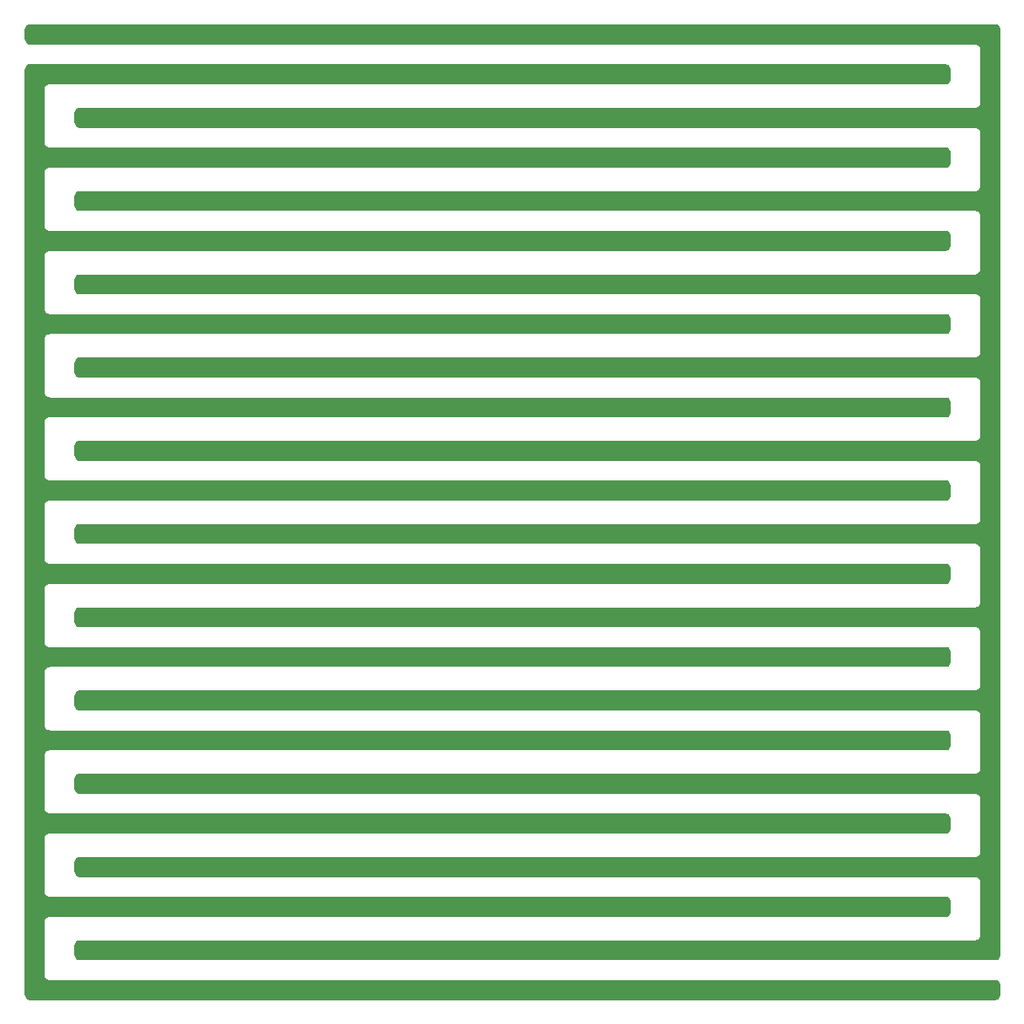
<source format=gtl>
G04 #@! TF.GenerationSoftware,KiCad,Pcbnew,5.0.1*
G04 #@! TF.CreationDate,2019-01-23T19:28:01+01:00*
G04 #@! TF.ProjectId,Statikplatte,53746174696B706C617474652E6B6963,rev?*
G04 #@! TF.SameCoordinates,Original*
G04 #@! TF.FileFunction,Copper,L1,Top,Signal*
G04 #@! TF.FilePolarity,Positive*
%FSLAX46Y46*%
G04 Gerber Fmt 4.6, Leading zero omitted, Abs format (unit mm)*
G04 Created by KiCad (PCBNEW 5.0.1) date Mi 23 Jan 2019 19:28:01 CET*
%MOMM*%
%LPD*%
G01*
G04 APERTURE LIST*
G04 #@! TA.AperFunction,ViaPad*
%ADD10C,0.800000*%
G04 #@! TD*
G04 #@! TA.AperFunction,Conductor*
%ADD11C,0.254000*%
G04 #@! TD*
G04 APERTURE END LIST*
D10*
G04 #@! TO.N,/GND*
X102000000Y-102000000D03*
X102000000Y-148000000D03*
G04 #@! TO.N,/HV*
X198000000Y-106000000D03*
X198000000Y-52000000D03*
G04 #@! TD*
D11*
G04 #@! TO.N,/HV*
G36*
X198596257Y-51140769D02*
X198685955Y-51177923D01*
X198762976Y-51237024D01*
X198822077Y-51314045D01*
X198859231Y-51403743D01*
X198873000Y-51508328D01*
X198873000Y-144491672D01*
X198859231Y-144596257D01*
X198822077Y-144685955D01*
X198762976Y-144762976D01*
X198685955Y-144822077D01*
X198596257Y-144859231D01*
X198491672Y-144873000D01*
X106508328Y-144873000D01*
X106403743Y-144859231D01*
X106314045Y-144822077D01*
X106237024Y-144762976D01*
X106177923Y-144685955D01*
X106140769Y-144596257D01*
X106127000Y-144491672D01*
X106127000Y-143508328D01*
X106140769Y-143403743D01*
X106177923Y-143314045D01*
X106237024Y-143237024D01*
X106314045Y-143177923D01*
X106403743Y-143140769D01*
X106508328Y-143127000D01*
X196500000Y-143127000D01*
X196516577Y-143125914D01*
X196645987Y-143108877D01*
X196678011Y-143100296D01*
X196798601Y-143050346D01*
X196827313Y-143033768D01*
X196930866Y-142954308D01*
X196954308Y-142930866D01*
X197033768Y-142827313D01*
X197050346Y-142798601D01*
X197100296Y-142678011D01*
X197108877Y-142645987D01*
X197125914Y-142516577D01*
X197127000Y-142500000D01*
X197127000Y-137137500D01*
X197125914Y-137120923D01*
X197108877Y-136991513D01*
X197100296Y-136959489D01*
X197050346Y-136838899D01*
X197033768Y-136810187D01*
X196954308Y-136706634D01*
X196930866Y-136683192D01*
X196827313Y-136603732D01*
X196798601Y-136587154D01*
X196678011Y-136537204D01*
X196645987Y-136528623D01*
X196516577Y-136511586D01*
X196500000Y-136510500D01*
X106508328Y-136510500D01*
X106403743Y-136496731D01*
X106314045Y-136459577D01*
X106237024Y-136400476D01*
X106177923Y-136323455D01*
X106140769Y-136233757D01*
X106127000Y-136129172D01*
X106127000Y-135145828D01*
X106140769Y-135041243D01*
X106177923Y-134951545D01*
X106237024Y-134874524D01*
X106314045Y-134815423D01*
X106403743Y-134778269D01*
X106508328Y-134764500D01*
X196500000Y-134764500D01*
X196516577Y-134763414D01*
X196645987Y-134746377D01*
X196678011Y-134737796D01*
X196798601Y-134687846D01*
X196827313Y-134671268D01*
X196930866Y-134591808D01*
X196954308Y-134568366D01*
X197033768Y-134464813D01*
X197050346Y-134436101D01*
X197100296Y-134315511D01*
X197108877Y-134283487D01*
X197125914Y-134154077D01*
X197127000Y-134137500D01*
X197127000Y-128775000D01*
X197125914Y-128758423D01*
X197108877Y-128629013D01*
X197100296Y-128596989D01*
X197050346Y-128476399D01*
X197033768Y-128447687D01*
X196954308Y-128344134D01*
X196930866Y-128320692D01*
X196827313Y-128241232D01*
X196798601Y-128224654D01*
X196678011Y-128174704D01*
X196645987Y-128166123D01*
X196516577Y-128149086D01*
X196500000Y-128148000D01*
X106508328Y-128148000D01*
X106403743Y-128134231D01*
X106314045Y-128097077D01*
X106237024Y-128037976D01*
X106177923Y-127960955D01*
X106140769Y-127871257D01*
X106127000Y-127766672D01*
X106127000Y-126783328D01*
X106140769Y-126678743D01*
X106177923Y-126589045D01*
X106237024Y-126512024D01*
X106314045Y-126452923D01*
X106403743Y-126415769D01*
X106508328Y-126402000D01*
X196500000Y-126402000D01*
X196516577Y-126400914D01*
X196645987Y-126383877D01*
X196678011Y-126375296D01*
X196798601Y-126325346D01*
X196827313Y-126308768D01*
X196930866Y-126229308D01*
X196954308Y-126205866D01*
X197033768Y-126102313D01*
X197050346Y-126073601D01*
X197100296Y-125953011D01*
X197108877Y-125920987D01*
X197125914Y-125791577D01*
X197127000Y-125775000D01*
X197127000Y-120412500D01*
X197125914Y-120395923D01*
X197108877Y-120266513D01*
X197100296Y-120234489D01*
X197050346Y-120113899D01*
X197033768Y-120085187D01*
X196954308Y-119981634D01*
X196930866Y-119958192D01*
X196827313Y-119878732D01*
X196798601Y-119862154D01*
X196678011Y-119812204D01*
X196645987Y-119803623D01*
X196516577Y-119786586D01*
X196500000Y-119785500D01*
X106508328Y-119785500D01*
X106403743Y-119771731D01*
X106314045Y-119734577D01*
X106237024Y-119675476D01*
X106177923Y-119598455D01*
X106140769Y-119508757D01*
X106127000Y-119404172D01*
X106127000Y-118420828D01*
X106140769Y-118316243D01*
X106177923Y-118226545D01*
X106237024Y-118149524D01*
X106314045Y-118090423D01*
X106403743Y-118053269D01*
X106508328Y-118039500D01*
X196500000Y-118039500D01*
X196516577Y-118038414D01*
X196645987Y-118021377D01*
X196678011Y-118012796D01*
X196798601Y-117962846D01*
X196827313Y-117946268D01*
X196930866Y-117866808D01*
X196954308Y-117843366D01*
X197033768Y-117739813D01*
X197050346Y-117711101D01*
X197100296Y-117590511D01*
X197108877Y-117558487D01*
X197125914Y-117429077D01*
X197127000Y-117412500D01*
X197127000Y-112050000D01*
X197125914Y-112033423D01*
X197108877Y-111904013D01*
X197100296Y-111871989D01*
X197050346Y-111751399D01*
X197033768Y-111722687D01*
X196954308Y-111619134D01*
X196930866Y-111595692D01*
X196827313Y-111516232D01*
X196798601Y-111499654D01*
X196678011Y-111449704D01*
X196645987Y-111441123D01*
X196516577Y-111424086D01*
X196500000Y-111423000D01*
X106508328Y-111423000D01*
X106403743Y-111409231D01*
X106314045Y-111372077D01*
X106237024Y-111312976D01*
X106177923Y-111235955D01*
X106140769Y-111146257D01*
X106127000Y-111041672D01*
X106127000Y-110058328D01*
X106140769Y-109953743D01*
X106177923Y-109864045D01*
X106237024Y-109787024D01*
X106314045Y-109727923D01*
X106403743Y-109690769D01*
X106508328Y-109677000D01*
X196500000Y-109677000D01*
X196516577Y-109675914D01*
X196645987Y-109658877D01*
X196678011Y-109650296D01*
X196798601Y-109600346D01*
X196827313Y-109583768D01*
X196930866Y-109504308D01*
X196954308Y-109480866D01*
X197033768Y-109377313D01*
X197050346Y-109348601D01*
X197100296Y-109228011D01*
X197108877Y-109195987D01*
X197125914Y-109066577D01*
X197127000Y-109050000D01*
X197127000Y-103687500D01*
X197125914Y-103670923D01*
X197108877Y-103541513D01*
X197100296Y-103509489D01*
X197050346Y-103388899D01*
X197033768Y-103360187D01*
X196954308Y-103256634D01*
X196930866Y-103233192D01*
X196827313Y-103153732D01*
X196798601Y-103137154D01*
X196678011Y-103087204D01*
X196645987Y-103078623D01*
X196516577Y-103061586D01*
X196500000Y-103060500D01*
X106508328Y-103060500D01*
X106403743Y-103046731D01*
X106314045Y-103009577D01*
X106237024Y-102950476D01*
X106177923Y-102873455D01*
X106140769Y-102783757D01*
X106127000Y-102679172D01*
X106127000Y-101695828D01*
X106140769Y-101591243D01*
X106177923Y-101501545D01*
X106237024Y-101424524D01*
X106314045Y-101365423D01*
X106403743Y-101328269D01*
X106508328Y-101314500D01*
X196500000Y-101314500D01*
X196516577Y-101313414D01*
X196645987Y-101296377D01*
X196678011Y-101287796D01*
X196798601Y-101237846D01*
X196827313Y-101221268D01*
X196930866Y-101141808D01*
X196954308Y-101118366D01*
X197033768Y-101014813D01*
X197050346Y-100986101D01*
X197100296Y-100865511D01*
X197108877Y-100833487D01*
X197125914Y-100704077D01*
X197127000Y-100687500D01*
X197127000Y-95325000D01*
X197125914Y-95308423D01*
X197108877Y-95179013D01*
X197100296Y-95146989D01*
X197050346Y-95026399D01*
X197033768Y-94997687D01*
X196954308Y-94894134D01*
X196930866Y-94870692D01*
X196827313Y-94791232D01*
X196798601Y-94774654D01*
X196678011Y-94724704D01*
X196645987Y-94716123D01*
X196516577Y-94699086D01*
X196500000Y-94698000D01*
X106508328Y-94698000D01*
X106403743Y-94684231D01*
X106314045Y-94647077D01*
X106237024Y-94587976D01*
X106177923Y-94510955D01*
X106140769Y-94421257D01*
X106127000Y-94316672D01*
X106127000Y-93333328D01*
X106140769Y-93228743D01*
X106177923Y-93139045D01*
X106237024Y-93062024D01*
X106314045Y-93002923D01*
X106403743Y-92965769D01*
X106508328Y-92952000D01*
X196500000Y-92952000D01*
X196516577Y-92950914D01*
X196645987Y-92933877D01*
X196678011Y-92925296D01*
X196798601Y-92875346D01*
X196827313Y-92858768D01*
X196930866Y-92779308D01*
X196954308Y-92755866D01*
X197033768Y-92652313D01*
X197050346Y-92623601D01*
X197100296Y-92503011D01*
X197108877Y-92470987D01*
X197125914Y-92341577D01*
X197127000Y-92325000D01*
X197127000Y-86962500D01*
X197125914Y-86945923D01*
X197108877Y-86816513D01*
X197100296Y-86784489D01*
X197050346Y-86663899D01*
X197033768Y-86635187D01*
X196954308Y-86531634D01*
X196930866Y-86508192D01*
X196827313Y-86428732D01*
X196798601Y-86412154D01*
X196678011Y-86362204D01*
X196645987Y-86353623D01*
X196516577Y-86336586D01*
X196500000Y-86335500D01*
X106508328Y-86335500D01*
X106403743Y-86321731D01*
X106314045Y-86284577D01*
X106237024Y-86225476D01*
X106177923Y-86148455D01*
X106140769Y-86058757D01*
X106127000Y-85954172D01*
X106127000Y-84970828D01*
X106140769Y-84866243D01*
X106177923Y-84776545D01*
X106237024Y-84699524D01*
X106314045Y-84640423D01*
X106403743Y-84603269D01*
X106508328Y-84589500D01*
X196500000Y-84589500D01*
X196516577Y-84588414D01*
X196645987Y-84571377D01*
X196678011Y-84562796D01*
X196798601Y-84512846D01*
X196827313Y-84496268D01*
X196930866Y-84416808D01*
X196954308Y-84393366D01*
X197033768Y-84289813D01*
X197050346Y-84261101D01*
X197100296Y-84140511D01*
X197108877Y-84108487D01*
X197125914Y-83979077D01*
X197127000Y-83962500D01*
X197127000Y-78600000D01*
X197125914Y-78583423D01*
X197108877Y-78454013D01*
X197100296Y-78421989D01*
X197050346Y-78301399D01*
X197033768Y-78272687D01*
X196954308Y-78169134D01*
X196930866Y-78145692D01*
X196827313Y-78066232D01*
X196798601Y-78049654D01*
X196678011Y-77999704D01*
X196645987Y-77991123D01*
X196516577Y-77974086D01*
X196500000Y-77973000D01*
X106508328Y-77973000D01*
X106403743Y-77959231D01*
X106314045Y-77922077D01*
X106237024Y-77862976D01*
X106177923Y-77785955D01*
X106140769Y-77696257D01*
X106127000Y-77591672D01*
X106127000Y-76608328D01*
X106140769Y-76503743D01*
X106177923Y-76414045D01*
X106237024Y-76337024D01*
X106314045Y-76277923D01*
X106403743Y-76240769D01*
X106508328Y-76227000D01*
X196500000Y-76227000D01*
X196516577Y-76225914D01*
X196645987Y-76208877D01*
X196678011Y-76200296D01*
X196798601Y-76150346D01*
X196827313Y-76133768D01*
X196930866Y-76054308D01*
X196954308Y-76030866D01*
X197033768Y-75927313D01*
X197050346Y-75898601D01*
X197100296Y-75778011D01*
X197108877Y-75745987D01*
X197125914Y-75616577D01*
X197127000Y-75600000D01*
X197127000Y-70237500D01*
X197125914Y-70220923D01*
X197108877Y-70091513D01*
X197100296Y-70059489D01*
X197050346Y-69938899D01*
X197033768Y-69910187D01*
X196954308Y-69806634D01*
X196930866Y-69783192D01*
X196827313Y-69703732D01*
X196798601Y-69687154D01*
X196678011Y-69637204D01*
X196645987Y-69628623D01*
X196516577Y-69611586D01*
X196500000Y-69610500D01*
X106508328Y-69610500D01*
X106403743Y-69596731D01*
X106314045Y-69559577D01*
X106237024Y-69500476D01*
X106177923Y-69423455D01*
X106140769Y-69333757D01*
X106127000Y-69229172D01*
X106127000Y-68245828D01*
X106140769Y-68141243D01*
X106177923Y-68051545D01*
X106237024Y-67974524D01*
X106314045Y-67915423D01*
X106403743Y-67878269D01*
X106508328Y-67864500D01*
X196500000Y-67864500D01*
X196516577Y-67863414D01*
X196645987Y-67846377D01*
X196678011Y-67837796D01*
X196798601Y-67787846D01*
X196827313Y-67771268D01*
X196930866Y-67691808D01*
X196954308Y-67668366D01*
X197033768Y-67564813D01*
X197050346Y-67536101D01*
X197100296Y-67415511D01*
X197108877Y-67383487D01*
X197125914Y-67254077D01*
X197127000Y-67237500D01*
X197127000Y-61875000D01*
X197125914Y-61858423D01*
X197108877Y-61729013D01*
X197100296Y-61696989D01*
X197050346Y-61576399D01*
X197033768Y-61547687D01*
X196954308Y-61444134D01*
X196930866Y-61420692D01*
X196827313Y-61341232D01*
X196798601Y-61324654D01*
X196678011Y-61274704D01*
X196645987Y-61266123D01*
X196516577Y-61249086D01*
X196500000Y-61248000D01*
X106508328Y-61248000D01*
X106403743Y-61234231D01*
X106314045Y-61197077D01*
X106237024Y-61137976D01*
X106177923Y-61060955D01*
X106140769Y-60971257D01*
X106127000Y-60866672D01*
X106127000Y-59883328D01*
X106140769Y-59778743D01*
X106177923Y-59689045D01*
X106237024Y-59612024D01*
X106314045Y-59552923D01*
X106403743Y-59515769D01*
X106508328Y-59502000D01*
X196500000Y-59502000D01*
X196516577Y-59500914D01*
X196645987Y-59483877D01*
X196678011Y-59475296D01*
X196798601Y-59425346D01*
X196827313Y-59408768D01*
X196930866Y-59329308D01*
X196954308Y-59305866D01*
X197033768Y-59202313D01*
X197050346Y-59173601D01*
X197100296Y-59053011D01*
X197108877Y-59020987D01*
X197125914Y-58891577D01*
X197127000Y-58875000D01*
X197127000Y-53512181D01*
X197125914Y-53495606D01*
X197108880Y-53366207D01*
X197100300Y-53334184D01*
X197050357Y-53213602D01*
X197033783Y-53184893D01*
X196954336Y-53081343D01*
X196930896Y-53057900D01*
X196827357Y-52978440D01*
X196798649Y-52961862D01*
X196678073Y-52911904D01*
X196646053Y-52903320D01*
X196516656Y-52886269D01*
X196500080Y-52885181D01*
X101508279Y-52873065D01*
X101403704Y-52859285D01*
X101314020Y-52822126D01*
X101237007Y-52763024D01*
X101177914Y-52686003D01*
X101140766Y-52596312D01*
X101127000Y-52491739D01*
X101127000Y-51508386D01*
X101140770Y-51403800D01*
X101177929Y-51314099D01*
X101237041Y-51237072D01*
X101314077Y-51177969D01*
X101403784Y-51140821D01*
X101508369Y-51127065D01*
X196993862Y-51139244D01*
X197018639Y-51136807D01*
X197042464Y-51129583D01*
X197047298Y-51127000D01*
X198491672Y-51127000D01*
X198596257Y-51140769D01*
X198596257Y-51140769D01*
G37*
X198596257Y-51140769D02*
X198685955Y-51177923D01*
X198762976Y-51237024D01*
X198822077Y-51314045D01*
X198859231Y-51403743D01*
X198873000Y-51508328D01*
X198873000Y-144491672D01*
X198859231Y-144596257D01*
X198822077Y-144685955D01*
X198762976Y-144762976D01*
X198685955Y-144822077D01*
X198596257Y-144859231D01*
X198491672Y-144873000D01*
X106508328Y-144873000D01*
X106403743Y-144859231D01*
X106314045Y-144822077D01*
X106237024Y-144762976D01*
X106177923Y-144685955D01*
X106140769Y-144596257D01*
X106127000Y-144491672D01*
X106127000Y-143508328D01*
X106140769Y-143403743D01*
X106177923Y-143314045D01*
X106237024Y-143237024D01*
X106314045Y-143177923D01*
X106403743Y-143140769D01*
X106508328Y-143127000D01*
X196500000Y-143127000D01*
X196516577Y-143125914D01*
X196645987Y-143108877D01*
X196678011Y-143100296D01*
X196798601Y-143050346D01*
X196827313Y-143033768D01*
X196930866Y-142954308D01*
X196954308Y-142930866D01*
X197033768Y-142827313D01*
X197050346Y-142798601D01*
X197100296Y-142678011D01*
X197108877Y-142645987D01*
X197125914Y-142516577D01*
X197127000Y-142500000D01*
X197127000Y-137137500D01*
X197125914Y-137120923D01*
X197108877Y-136991513D01*
X197100296Y-136959489D01*
X197050346Y-136838899D01*
X197033768Y-136810187D01*
X196954308Y-136706634D01*
X196930866Y-136683192D01*
X196827313Y-136603732D01*
X196798601Y-136587154D01*
X196678011Y-136537204D01*
X196645987Y-136528623D01*
X196516577Y-136511586D01*
X196500000Y-136510500D01*
X106508328Y-136510500D01*
X106403743Y-136496731D01*
X106314045Y-136459577D01*
X106237024Y-136400476D01*
X106177923Y-136323455D01*
X106140769Y-136233757D01*
X106127000Y-136129172D01*
X106127000Y-135145828D01*
X106140769Y-135041243D01*
X106177923Y-134951545D01*
X106237024Y-134874524D01*
X106314045Y-134815423D01*
X106403743Y-134778269D01*
X106508328Y-134764500D01*
X196500000Y-134764500D01*
X196516577Y-134763414D01*
X196645987Y-134746377D01*
X196678011Y-134737796D01*
X196798601Y-134687846D01*
X196827313Y-134671268D01*
X196930866Y-134591808D01*
X196954308Y-134568366D01*
X197033768Y-134464813D01*
X197050346Y-134436101D01*
X197100296Y-134315511D01*
X197108877Y-134283487D01*
X197125914Y-134154077D01*
X197127000Y-134137500D01*
X197127000Y-128775000D01*
X197125914Y-128758423D01*
X197108877Y-128629013D01*
X197100296Y-128596989D01*
X197050346Y-128476399D01*
X197033768Y-128447687D01*
X196954308Y-128344134D01*
X196930866Y-128320692D01*
X196827313Y-128241232D01*
X196798601Y-128224654D01*
X196678011Y-128174704D01*
X196645987Y-128166123D01*
X196516577Y-128149086D01*
X196500000Y-128148000D01*
X106508328Y-128148000D01*
X106403743Y-128134231D01*
X106314045Y-128097077D01*
X106237024Y-128037976D01*
X106177923Y-127960955D01*
X106140769Y-127871257D01*
X106127000Y-127766672D01*
X106127000Y-126783328D01*
X106140769Y-126678743D01*
X106177923Y-126589045D01*
X106237024Y-126512024D01*
X106314045Y-126452923D01*
X106403743Y-126415769D01*
X106508328Y-126402000D01*
X196500000Y-126402000D01*
X196516577Y-126400914D01*
X196645987Y-126383877D01*
X196678011Y-126375296D01*
X196798601Y-126325346D01*
X196827313Y-126308768D01*
X196930866Y-126229308D01*
X196954308Y-126205866D01*
X197033768Y-126102313D01*
X197050346Y-126073601D01*
X197100296Y-125953011D01*
X197108877Y-125920987D01*
X197125914Y-125791577D01*
X197127000Y-125775000D01*
X197127000Y-120412500D01*
X197125914Y-120395923D01*
X197108877Y-120266513D01*
X197100296Y-120234489D01*
X197050346Y-120113899D01*
X197033768Y-120085187D01*
X196954308Y-119981634D01*
X196930866Y-119958192D01*
X196827313Y-119878732D01*
X196798601Y-119862154D01*
X196678011Y-119812204D01*
X196645987Y-119803623D01*
X196516577Y-119786586D01*
X196500000Y-119785500D01*
X106508328Y-119785500D01*
X106403743Y-119771731D01*
X106314045Y-119734577D01*
X106237024Y-119675476D01*
X106177923Y-119598455D01*
X106140769Y-119508757D01*
X106127000Y-119404172D01*
X106127000Y-118420828D01*
X106140769Y-118316243D01*
X106177923Y-118226545D01*
X106237024Y-118149524D01*
X106314045Y-118090423D01*
X106403743Y-118053269D01*
X106508328Y-118039500D01*
X196500000Y-118039500D01*
X196516577Y-118038414D01*
X196645987Y-118021377D01*
X196678011Y-118012796D01*
X196798601Y-117962846D01*
X196827313Y-117946268D01*
X196930866Y-117866808D01*
X196954308Y-117843366D01*
X197033768Y-117739813D01*
X197050346Y-117711101D01*
X197100296Y-117590511D01*
X197108877Y-117558487D01*
X197125914Y-117429077D01*
X197127000Y-117412500D01*
X197127000Y-112050000D01*
X197125914Y-112033423D01*
X197108877Y-111904013D01*
X197100296Y-111871989D01*
X197050346Y-111751399D01*
X197033768Y-111722687D01*
X196954308Y-111619134D01*
X196930866Y-111595692D01*
X196827313Y-111516232D01*
X196798601Y-111499654D01*
X196678011Y-111449704D01*
X196645987Y-111441123D01*
X196516577Y-111424086D01*
X196500000Y-111423000D01*
X106508328Y-111423000D01*
X106403743Y-111409231D01*
X106314045Y-111372077D01*
X106237024Y-111312976D01*
X106177923Y-111235955D01*
X106140769Y-111146257D01*
X106127000Y-111041672D01*
X106127000Y-110058328D01*
X106140769Y-109953743D01*
X106177923Y-109864045D01*
X106237024Y-109787024D01*
X106314045Y-109727923D01*
X106403743Y-109690769D01*
X106508328Y-109677000D01*
X196500000Y-109677000D01*
X196516577Y-109675914D01*
X196645987Y-109658877D01*
X196678011Y-109650296D01*
X196798601Y-109600346D01*
X196827313Y-109583768D01*
X196930866Y-109504308D01*
X196954308Y-109480866D01*
X197033768Y-109377313D01*
X197050346Y-109348601D01*
X197100296Y-109228011D01*
X197108877Y-109195987D01*
X197125914Y-109066577D01*
X197127000Y-109050000D01*
X197127000Y-103687500D01*
X197125914Y-103670923D01*
X197108877Y-103541513D01*
X197100296Y-103509489D01*
X197050346Y-103388899D01*
X197033768Y-103360187D01*
X196954308Y-103256634D01*
X196930866Y-103233192D01*
X196827313Y-103153732D01*
X196798601Y-103137154D01*
X196678011Y-103087204D01*
X196645987Y-103078623D01*
X196516577Y-103061586D01*
X196500000Y-103060500D01*
X106508328Y-103060500D01*
X106403743Y-103046731D01*
X106314045Y-103009577D01*
X106237024Y-102950476D01*
X106177923Y-102873455D01*
X106140769Y-102783757D01*
X106127000Y-102679172D01*
X106127000Y-101695828D01*
X106140769Y-101591243D01*
X106177923Y-101501545D01*
X106237024Y-101424524D01*
X106314045Y-101365423D01*
X106403743Y-101328269D01*
X106508328Y-101314500D01*
X196500000Y-101314500D01*
X196516577Y-101313414D01*
X196645987Y-101296377D01*
X196678011Y-101287796D01*
X196798601Y-101237846D01*
X196827313Y-101221268D01*
X196930866Y-101141808D01*
X196954308Y-101118366D01*
X197033768Y-101014813D01*
X197050346Y-100986101D01*
X197100296Y-100865511D01*
X197108877Y-100833487D01*
X197125914Y-100704077D01*
X197127000Y-100687500D01*
X197127000Y-95325000D01*
X197125914Y-95308423D01*
X197108877Y-95179013D01*
X197100296Y-95146989D01*
X197050346Y-95026399D01*
X197033768Y-94997687D01*
X196954308Y-94894134D01*
X196930866Y-94870692D01*
X196827313Y-94791232D01*
X196798601Y-94774654D01*
X196678011Y-94724704D01*
X196645987Y-94716123D01*
X196516577Y-94699086D01*
X196500000Y-94698000D01*
X106508328Y-94698000D01*
X106403743Y-94684231D01*
X106314045Y-94647077D01*
X106237024Y-94587976D01*
X106177923Y-94510955D01*
X106140769Y-94421257D01*
X106127000Y-94316672D01*
X106127000Y-93333328D01*
X106140769Y-93228743D01*
X106177923Y-93139045D01*
X106237024Y-93062024D01*
X106314045Y-93002923D01*
X106403743Y-92965769D01*
X106508328Y-92952000D01*
X196500000Y-92952000D01*
X196516577Y-92950914D01*
X196645987Y-92933877D01*
X196678011Y-92925296D01*
X196798601Y-92875346D01*
X196827313Y-92858768D01*
X196930866Y-92779308D01*
X196954308Y-92755866D01*
X197033768Y-92652313D01*
X197050346Y-92623601D01*
X197100296Y-92503011D01*
X197108877Y-92470987D01*
X197125914Y-92341577D01*
X197127000Y-92325000D01*
X197127000Y-86962500D01*
X197125914Y-86945923D01*
X197108877Y-86816513D01*
X197100296Y-86784489D01*
X197050346Y-86663899D01*
X197033768Y-86635187D01*
X196954308Y-86531634D01*
X196930866Y-86508192D01*
X196827313Y-86428732D01*
X196798601Y-86412154D01*
X196678011Y-86362204D01*
X196645987Y-86353623D01*
X196516577Y-86336586D01*
X196500000Y-86335500D01*
X106508328Y-86335500D01*
X106403743Y-86321731D01*
X106314045Y-86284577D01*
X106237024Y-86225476D01*
X106177923Y-86148455D01*
X106140769Y-86058757D01*
X106127000Y-85954172D01*
X106127000Y-84970828D01*
X106140769Y-84866243D01*
X106177923Y-84776545D01*
X106237024Y-84699524D01*
X106314045Y-84640423D01*
X106403743Y-84603269D01*
X106508328Y-84589500D01*
X196500000Y-84589500D01*
X196516577Y-84588414D01*
X196645987Y-84571377D01*
X196678011Y-84562796D01*
X196798601Y-84512846D01*
X196827313Y-84496268D01*
X196930866Y-84416808D01*
X196954308Y-84393366D01*
X197033768Y-84289813D01*
X197050346Y-84261101D01*
X197100296Y-84140511D01*
X197108877Y-84108487D01*
X197125914Y-83979077D01*
X197127000Y-83962500D01*
X197127000Y-78600000D01*
X197125914Y-78583423D01*
X197108877Y-78454013D01*
X197100296Y-78421989D01*
X197050346Y-78301399D01*
X197033768Y-78272687D01*
X196954308Y-78169134D01*
X196930866Y-78145692D01*
X196827313Y-78066232D01*
X196798601Y-78049654D01*
X196678011Y-77999704D01*
X196645987Y-77991123D01*
X196516577Y-77974086D01*
X196500000Y-77973000D01*
X106508328Y-77973000D01*
X106403743Y-77959231D01*
X106314045Y-77922077D01*
X106237024Y-77862976D01*
X106177923Y-77785955D01*
X106140769Y-77696257D01*
X106127000Y-77591672D01*
X106127000Y-76608328D01*
X106140769Y-76503743D01*
X106177923Y-76414045D01*
X106237024Y-76337024D01*
X106314045Y-76277923D01*
X106403743Y-76240769D01*
X106508328Y-76227000D01*
X196500000Y-76227000D01*
X196516577Y-76225914D01*
X196645987Y-76208877D01*
X196678011Y-76200296D01*
X196798601Y-76150346D01*
X196827313Y-76133768D01*
X196930866Y-76054308D01*
X196954308Y-76030866D01*
X197033768Y-75927313D01*
X197050346Y-75898601D01*
X197100296Y-75778011D01*
X197108877Y-75745987D01*
X197125914Y-75616577D01*
X197127000Y-75600000D01*
X197127000Y-70237500D01*
X197125914Y-70220923D01*
X197108877Y-70091513D01*
X197100296Y-70059489D01*
X197050346Y-69938899D01*
X197033768Y-69910187D01*
X196954308Y-69806634D01*
X196930866Y-69783192D01*
X196827313Y-69703732D01*
X196798601Y-69687154D01*
X196678011Y-69637204D01*
X196645987Y-69628623D01*
X196516577Y-69611586D01*
X196500000Y-69610500D01*
X106508328Y-69610500D01*
X106403743Y-69596731D01*
X106314045Y-69559577D01*
X106237024Y-69500476D01*
X106177923Y-69423455D01*
X106140769Y-69333757D01*
X106127000Y-69229172D01*
X106127000Y-68245828D01*
X106140769Y-68141243D01*
X106177923Y-68051545D01*
X106237024Y-67974524D01*
X106314045Y-67915423D01*
X106403743Y-67878269D01*
X106508328Y-67864500D01*
X196500000Y-67864500D01*
X196516577Y-67863414D01*
X196645987Y-67846377D01*
X196678011Y-67837796D01*
X196798601Y-67787846D01*
X196827313Y-67771268D01*
X196930866Y-67691808D01*
X196954308Y-67668366D01*
X197033768Y-67564813D01*
X197050346Y-67536101D01*
X197100296Y-67415511D01*
X197108877Y-67383487D01*
X197125914Y-67254077D01*
X197127000Y-67237500D01*
X197127000Y-61875000D01*
X197125914Y-61858423D01*
X197108877Y-61729013D01*
X197100296Y-61696989D01*
X197050346Y-61576399D01*
X197033768Y-61547687D01*
X196954308Y-61444134D01*
X196930866Y-61420692D01*
X196827313Y-61341232D01*
X196798601Y-61324654D01*
X196678011Y-61274704D01*
X196645987Y-61266123D01*
X196516577Y-61249086D01*
X196500000Y-61248000D01*
X106508328Y-61248000D01*
X106403743Y-61234231D01*
X106314045Y-61197077D01*
X106237024Y-61137976D01*
X106177923Y-61060955D01*
X106140769Y-60971257D01*
X106127000Y-60866672D01*
X106127000Y-59883328D01*
X106140769Y-59778743D01*
X106177923Y-59689045D01*
X106237024Y-59612024D01*
X106314045Y-59552923D01*
X106403743Y-59515769D01*
X106508328Y-59502000D01*
X196500000Y-59502000D01*
X196516577Y-59500914D01*
X196645987Y-59483877D01*
X196678011Y-59475296D01*
X196798601Y-59425346D01*
X196827313Y-59408768D01*
X196930866Y-59329308D01*
X196954308Y-59305866D01*
X197033768Y-59202313D01*
X197050346Y-59173601D01*
X197100296Y-59053011D01*
X197108877Y-59020987D01*
X197125914Y-58891577D01*
X197127000Y-58875000D01*
X197127000Y-53512181D01*
X197125914Y-53495606D01*
X197108880Y-53366207D01*
X197100300Y-53334184D01*
X197050357Y-53213602D01*
X197033783Y-53184893D01*
X196954336Y-53081343D01*
X196930896Y-53057900D01*
X196827357Y-52978440D01*
X196798649Y-52961862D01*
X196678073Y-52911904D01*
X196646053Y-52903320D01*
X196516656Y-52886269D01*
X196500080Y-52885181D01*
X101508279Y-52873065D01*
X101403704Y-52859285D01*
X101314020Y-52822126D01*
X101237007Y-52763024D01*
X101177914Y-52686003D01*
X101140766Y-52596312D01*
X101127000Y-52491739D01*
X101127000Y-51508386D01*
X101140770Y-51403800D01*
X101177929Y-51314099D01*
X101237041Y-51237072D01*
X101314077Y-51177969D01*
X101403784Y-51140821D01*
X101508369Y-51127065D01*
X196993862Y-51139244D01*
X197018639Y-51136807D01*
X197042464Y-51129583D01*
X197047298Y-51127000D01*
X198491672Y-51127000D01*
X198596257Y-51140769D01*
G04 #@! TO.N,/GND*
G36*
X102957649Y-55129833D02*
X102981474Y-55137060D01*
X103006250Y-55139500D01*
X193491672Y-55139500D01*
X193596257Y-55153269D01*
X193685955Y-55190423D01*
X193762976Y-55249524D01*
X193822077Y-55326545D01*
X193859231Y-55416243D01*
X193873000Y-55520828D01*
X193873000Y-56504172D01*
X193859231Y-56608757D01*
X193822077Y-56698455D01*
X193762976Y-56775476D01*
X193685955Y-56834577D01*
X193596257Y-56871731D01*
X193491672Y-56885500D01*
X103500000Y-56885500D01*
X103483423Y-56886586D01*
X103354013Y-56903623D01*
X103321989Y-56912204D01*
X103201399Y-56962154D01*
X103172687Y-56978732D01*
X103069134Y-57058192D01*
X103045692Y-57081634D01*
X102966232Y-57185187D01*
X102949654Y-57213899D01*
X102899704Y-57334489D01*
X102891123Y-57366513D01*
X102874086Y-57495923D01*
X102873000Y-57512500D01*
X102873000Y-62875000D01*
X102874086Y-62891577D01*
X102891123Y-63020987D01*
X102899704Y-63053011D01*
X102949654Y-63173601D01*
X102966232Y-63202313D01*
X103045692Y-63305866D01*
X103069134Y-63329308D01*
X103172687Y-63408768D01*
X103201399Y-63425346D01*
X103321989Y-63475296D01*
X103354013Y-63483877D01*
X103483423Y-63500914D01*
X103500000Y-63502000D01*
X193491672Y-63502000D01*
X193596257Y-63515769D01*
X193685955Y-63552923D01*
X193762976Y-63612024D01*
X193822077Y-63689045D01*
X193859231Y-63778743D01*
X193873000Y-63883328D01*
X193873000Y-64866672D01*
X193859231Y-64971257D01*
X193822077Y-65060955D01*
X193762976Y-65137976D01*
X193685955Y-65197077D01*
X193596257Y-65234231D01*
X193491672Y-65248000D01*
X103500000Y-65248000D01*
X103483423Y-65249086D01*
X103354013Y-65266123D01*
X103321989Y-65274704D01*
X103201399Y-65324654D01*
X103172687Y-65341232D01*
X103069134Y-65420692D01*
X103045692Y-65444134D01*
X102966232Y-65547687D01*
X102949654Y-65576399D01*
X102899704Y-65696989D01*
X102891123Y-65729013D01*
X102874086Y-65858423D01*
X102873000Y-65875000D01*
X102873000Y-71237500D01*
X102874086Y-71254077D01*
X102891123Y-71383487D01*
X102899704Y-71415511D01*
X102949654Y-71536101D01*
X102966232Y-71564813D01*
X103045692Y-71668366D01*
X103069134Y-71691808D01*
X103172687Y-71771268D01*
X103201399Y-71787846D01*
X103321989Y-71837796D01*
X103354013Y-71846377D01*
X103483423Y-71863414D01*
X103500000Y-71864500D01*
X193491672Y-71864500D01*
X193596257Y-71878269D01*
X193685955Y-71915423D01*
X193762976Y-71974524D01*
X193822077Y-72051545D01*
X193859231Y-72141243D01*
X193873000Y-72245828D01*
X193873000Y-73229172D01*
X193859231Y-73333757D01*
X193822077Y-73423455D01*
X193762976Y-73500476D01*
X193685955Y-73559577D01*
X193596257Y-73596731D01*
X193491672Y-73610500D01*
X103500000Y-73610500D01*
X103483423Y-73611586D01*
X103354013Y-73628623D01*
X103321989Y-73637204D01*
X103201399Y-73687154D01*
X103172687Y-73703732D01*
X103069134Y-73783192D01*
X103045692Y-73806634D01*
X102966232Y-73910187D01*
X102949654Y-73938899D01*
X102899704Y-74059489D01*
X102891123Y-74091513D01*
X102874086Y-74220923D01*
X102873000Y-74237500D01*
X102873000Y-79600000D01*
X102874086Y-79616577D01*
X102891123Y-79745987D01*
X102899704Y-79778011D01*
X102949654Y-79898601D01*
X102966232Y-79927313D01*
X103045692Y-80030866D01*
X103069134Y-80054308D01*
X103172687Y-80133768D01*
X103201399Y-80150346D01*
X103321989Y-80200296D01*
X103354013Y-80208877D01*
X103483423Y-80225914D01*
X103500000Y-80227000D01*
X193491672Y-80227000D01*
X193596257Y-80240769D01*
X193685955Y-80277923D01*
X193762976Y-80337024D01*
X193822077Y-80414045D01*
X193859231Y-80503743D01*
X193873000Y-80608328D01*
X193873000Y-81591672D01*
X193859231Y-81696257D01*
X193822077Y-81785955D01*
X193762976Y-81862976D01*
X193685955Y-81922077D01*
X193596257Y-81959231D01*
X193491672Y-81973000D01*
X103500000Y-81973000D01*
X103483423Y-81974086D01*
X103354013Y-81991123D01*
X103321989Y-81999704D01*
X103201399Y-82049654D01*
X103172687Y-82066232D01*
X103069134Y-82145692D01*
X103045692Y-82169134D01*
X102966232Y-82272687D01*
X102949654Y-82301399D01*
X102899704Y-82421989D01*
X102891123Y-82454013D01*
X102874086Y-82583423D01*
X102873000Y-82600000D01*
X102873000Y-87962500D01*
X102874086Y-87979077D01*
X102891123Y-88108487D01*
X102899704Y-88140511D01*
X102949654Y-88261101D01*
X102966232Y-88289813D01*
X103045692Y-88393366D01*
X103069134Y-88416808D01*
X103172687Y-88496268D01*
X103201399Y-88512846D01*
X103321989Y-88562796D01*
X103354013Y-88571377D01*
X103483423Y-88588414D01*
X103500000Y-88589500D01*
X193491672Y-88589500D01*
X193596257Y-88603269D01*
X193685955Y-88640423D01*
X193762976Y-88699524D01*
X193822077Y-88776545D01*
X193859231Y-88866243D01*
X193873000Y-88970828D01*
X193873000Y-89954172D01*
X193859231Y-90058757D01*
X193822077Y-90148455D01*
X193762976Y-90225476D01*
X193685955Y-90284577D01*
X193596257Y-90321731D01*
X193491672Y-90335500D01*
X103500000Y-90335500D01*
X103483423Y-90336586D01*
X103354013Y-90353623D01*
X103321989Y-90362204D01*
X103201399Y-90412154D01*
X103172687Y-90428732D01*
X103069134Y-90508192D01*
X103045692Y-90531634D01*
X102966232Y-90635187D01*
X102949654Y-90663899D01*
X102899704Y-90784489D01*
X102891123Y-90816513D01*
X102874086Y-90945923D01*
X102873000Y-90962500D01*
X102873000Y-96325000D01*
X102874086Y-96341577D01*
X102891123Y-96470987D01*
X102899704Y-96503011D01*
X102949654Y-96623601D01*
X102966232Y-96652313D01*
X103045692Y-96755866D01*
X103069134Y-96779308D01*
X103172687Y-96858768D01*
X103201399Y-96875346D01*
X103321989Y-96925296D01*
X103354013Y-96933877D01*
X103483423Y-96950914D01*
X103500000Y-96952000D01*
X193491672Y-96952000D01*
X193596257Y-96965769D01*
X193685955Y-97002923D01*
X193762976Y-97062024D01*
X193822077Y-97139045D01*
X193859231Y-97228743D01*
X193873000Y-97333328D01*
X193873000Y-98316672D01*
X193859231Y-98421257D01*
X193822077Y-98510955D01*
X193762976Y-98587976D01*
X193685955Y-98647077D01*
X193596257Y-98684231D01*
X193491672Y-98698000D01*
X103500000Y-98698000D01*
X103483423Y-98699086D01*
X103354013Y-98716123D01*
X103321989Y-98724704D01*
X103201399Y-98774654D01*
X103172687Y-98791232D01*
X103069134Y-98870692D01*
X103045692Y-98894134D01*
X102966232Y-98997687D01*
X102949654Y-99026399D01*
X102899704Y-99146989D01*
X102891123Y-99179013D01*
X102874086Y-99308423D01*
X102873000Y-99325000D01*
X102873000Y-104687500D01*
X102874086Y-104704077D01*
X102891123Y-104833487D01*
X102899704Y-104865511D01*
X102949654Y-104986101D01*
X102966232Y-105014813D01*
X103045692Y-105118366D01*
X103069134Y-105141808D01*
X103172687Y-105221268D01*
X103201399Y-105237846D01*
X103321989Y-105287796D01*
X103354013Y-105296377D01*
X103483423Y-105313414D01*
X103500000Y-105314500D01*
X193491672Y-105314500D01*
X193596257Y-105328269D01*
X193685955Y-105365423D01*
X193762976Y-105424524D01*
X193822077Y-105501545D01*
X193859231Y-105591243D01*
X193873000Y-105695828D01*
X193873000Y-106679172D01*
X193859231Y-106783757D01*
X193822077Y-106873455D01*
X193762976Y-106950476D01*
X193685955Y-107009577D01*
X193596257Y-107046731D01*
X193491672Y-107060500D01*
X103500000Y-107060500D01*
X103483423Y-107061586D01*
X103354013Y-107078623D01*
X103321989Y-107087204D01*
X103201399Y-107137154D01*
X103172687Y-107153732D01*
X103069134Y-107233192D01*
X103045692Y-107256634D01*
X102966232Y-107360187D01*
X102949654Y-107388899D01*
X102899704Y-107509489D01*
X102891123Y-107541513D01*
X102874086Y-107670923D01*
X102873000Y-107687500D01*
X102873000Y-113050000D01*
X102874086Y-113066577D01*
X102891123Y-113195987D01*
X102899704Y-113228011D01*
X102949654Y-113348601D01*
X102966232Y-113377313D01*
X103045692Y-113480866D01*
X103069134Y-113504308D01*
X103172687Y-113583768D01*
X103201399Y-113600346D01*
X103321989Y-113650296D01*
X103354013Y-113658877D01*
X103483423Y-113675914D01*
X103500000Y-113677000D01*
X193491672Y-113677000D01*
X193596257Y-113690769D01*
X193685955Y-113727923D01*
X193762976Y-113787024D01*
X193822077Y-113864045D01*
X193859231Y-113953743D01*
X193873000Y-114058328D01*
X193873000Y-115041672D01*
X193859231Y-115146257D01*
X193822077Y-115235955D01*
X193762976Y-115312976D01*
X193685955Y-115372077D01*
X193596257Y-115409231D01*
X193491672Y-115423000D01*
X103500000Y-115423000D01*
X103483423Y-115424086D01*
X103354013Y-115441123D01*
X103321989Y-115449704D01*
X103201399Y-115499654D01*
X103172687Y-115516232D01*
X103069134Y-115595692D01*
X103045692Y-115619134D01*
X102966232Y-115722687D01*
X102949654Y-115751399D01*
X102899704Y-115871989D01*
X102891123Y-115904013D01*
X102874086Y-116033423D01*
X102873000Y-116050000D01*
X102873000Y-121412500D01*
X102874086Y-121429077D01*
X102891123Y-121558487D01*
X102899704Y-121590511D01*
X102949654Y-121711101D01*
X102966232Y-121739813D01*
X103045692Y-121843366D01*
X103069134Y-121866808D01*
X103172687Y-121946268D01*
X103201399Y-121962846D01*
X103321989Y-122012796D01*
X103354013Y-122021377D01*
X103483423Y-122038414D01*
X103500000Y-122039500D01*
X193491672Y-122039500D01*
X193596257Y-122053269D01*
X193685955Y-122090423D01*
X193762976Y-122149524D01*
X193822077Y-122226545D01*
X193859231Y-122316243D01*
X193873000Y-122420828D01*
X193873000Y-123404172D01*
X193859231Y-123508757D01*
X193822077Y-123598455D01*
X193762976Y-123675476D01*
X193685955Y-123734577D01*
X193596257Y-123771731D01*
X193491672Y-123785500D01*
X103500000Y-123785500D01*
X103483423Y-123786586D01*
X103354013Y-123803623D01*
X103321989Y-123812204D01*
X103201399Y-123862154D01*
X103172687Y-123878732D01*
X103069134Y-123958192D01*
X103045692Y-123981634D01*
X102966232Y-124085187D01*
X102949654Y-124113899D01*
X102899704Y-124234489D01*
X102891123Y-124266513D01*
X102874086Y-124395923D01*
X102873000Y-124412500D01*
X102873000Y-129775000D01*
X102874086Y-129791577D01*
X102891123Y-129920987D01*
X102899704Y-129953011D01*
X102949654Y-130073601D01*
X102966232Y-130102313D01*
X103045692Y-130205866D01*
X103069134Y-130229308D01*
X103172687Y-130308768D01*
X103201399Y-130325346D01*
X103321989Y-130375296D01*
X103354013Y-130383877D01*
X103483423Y-130400914D01*
X103500000Y-130402000D01*
X193491672Y-130402000D01*
X193596257Y-130415769D01*
X193685955Y-130452923D01*
X193762976Y-130512024D01*
X193822077Y-130589045D01*
X193859231Y-130678743D01*
X193873000Y-130783328D01*
X193873000Y-131766672D01*
X193859231Y-131871257D01*
X193822077Y-131960955D01*
X193762976Y-132037976D01*
X193685955Y-132097077D01*
X193596257Y-132134231D01*
X193491672Y-132148000D01*
X103500000Y-132148000D01*
X103483423Y-132149086D01*
X103354013Y-132166123D01*
X103321989Y-132174704D01*
X103201399Y-132224654D01*
X103172687Y-132241232D01*
X103069134Y-132320692D01*
X103045692Y-132344134D01*
X102966232Y-132447687D01*
X102949654Y-132476399D01*
X102899704Y-132596989D01*
X102891123Y-132629013D01*
X102874086Y-132758423D01*
X102873000Y-132775000D01*
X102873000Y-138137500D01*
X102874086Y-138154077D01*
X102891123Y-138283487D01*
X102899704Y-138315511D01*
X102949654Y-138436101D01*
X102966232Y-138464813D01*
X103045692Y-138568366D01*
X103069134Y-138591808D01*
X103172687Y-138671268D01*
X103201399Y-138687846D01*
X103321989Y-138737796D01*
X103354013Y-138746377D01*
X103483423Y-138763414D01*
X103500000Y-138764500D01*
X193491672Y-138764500D01*
X193596257Y-138778269D01*
X193685955Y-138815423D01*
X193762976Y-138874524D01*
X193822077Y-138951545D01*
X193859231Y-139041243D01*
X193873000Y-139145828D01*
X193873000Y-140129172D01*
X193859231Y-140233757D01*
X193822077Y-140323455D01*
X193762976Y-140400476D01*
X193685955Y-140459577D01*
X193596257Y-140496731D01*
X193491672Y-140510500D01*
X103500000Y-140510500D01*
X103483423Y-140511586D01*
X103354013Y-140528623D01*
X103321989Y-140537204D01*
X103201399Y-140587154D01*
X103172687Y-140603732D01*
X103069134Y-140683192D01*
X103045692Y-140706634D01*
X102966232Y-140810187D01*
X102949654Y-140838899D01*
X102899704Y-140959489D01*
X102891123Y-140991513D01*
X102874086Y-141120923D01*
X102873000Y-141137500D01*
X102873000Y-146500000D01*
X102874086Y-146516577D01*
X102891123Y-146645987D01*
X102899704Y-146678011D01*
X102949654Y-146798601D01*
X102966232Y-146827313D01*
X103045692Y-146930866D01*
X103069134Y-146954308D01*
X103172687Y-147033768D01*
X103201399Y-147050346D01*
X103321989Y-147100296D01*
X103354013Y-147108877D01*
X103483423Y-147125914D01*
X103500000Y-147127000D01*
X198491672Y-147127000D01*
X198596257Y-147140769D01*
X198685955Y-147177923D01*
X198762976Y-147237024D01*
X198822077Y-147314045D01*
X198859231Y-147403743D01*
X198873000Y-147508328D01*
X198873000Y-148491672D01*
X198859231Y-148596257D01*
X198822077Y-148685955D01*
X198762976Y-148762976D01*
X198685955Y-148822077D01*
X198596257Y-148859231D01*
X198491672Y-148873000D01*
X101508328Y-148873000D01*
X101403743Y-148859231D01*
X101314045Y-148822077D01*
X101237024Y-148762976D01*
X101177923Y-148685955D01*
X101140769Y-148596257D01*
X101127000Y-148491672D01*
X101127000Y-55508328D01*
X101140769Y-55403743D01*
X101177923Y-55314045D01*
X101237024Y-55237024D01*
X101314045Y-55177923D01*
X101403743Y-55140769D01*
X101508328Y-55127000D01*
X102952349Y-55127000D01*
X102957649Y-55129833D01*
X102957649Y-55129833D01*
G37*
X102957649Y-55129833D02*
X102981474Y-55137060D01*
X103006250Y-55139500D01*
X193491672Y-55139500D01*
X193596257Y-55153269D01*
X193685955Y-55190423D01*
X193762976Y-55249524D01*
X193822077Y-55326545D01*
X193859231Y-55416243D01*
X193873000Y-55520828D01*
X193873000Y-56504172D01*
X193859231Y-56608757D01*
X193822077Y-56698455D01*
X193762976Y-56775476D01*
X193685955Y-56834577D01*
X193596257Y-56871731D01*
X193491672Y-56885500D01*
X103500000Y-56885500D01*
X103483423Y-56886586D01*
X103354013Y-56903623D01*
X103321989Y-56912204D01*
X103201399Y-56962154D01*
X103172687Y-56978732D01*
X103069134Y-57058192D01*
X103045692Y-57081634D01*
X102966232Y-57185187D01*
X102949654Y-57213899D01*
X102899704Y-57334489D01*
X102891123Y-57366513D01*
X102874086Y-57495923D01*
X102873000Y-57512500D01*
X102873000Y-62875000D01*
X102874086Y-62891577D01*
X102891123Y-63020987D01*
X102899704Y-63053011D01*
X102949654Y-63173601D01*
X102966232Y-63202313D01*
X103045692Y-63305866D01*
X103069134Y-63329308D01*
X103172687Y-63408768D01*
X103201399Y-63425346D01*
X103321989Y-63475296D01*
X103354013Y-63483877D01*
X103483423Y-63500914D01*
X103500000Y-63502000D01*
X193491672Y-63502000D01*
X193596257Y-63515769D01*
X193685955Y-63552923D01*
X193762976Y-63612024D01*
X193822077Y-63689045D01*
X193859231Y-63778743D01*
X193873000Y-63883328D01*
X193873000Y-64866672D01*
X193859231Y-64971257D01*
X193822077Y-65060955D01*
X193762976Y-65137976D01*
X193685955Y-65197077D01*
X193596257Y-65234231D01*
X193491672Y-65248000D01*
X103500000Y-65248000D01*
X103483423Y-65249086D01*
X103354013Y-65266123D01*
X103321989Y-65274704D01*
X103201399Y-65324654D01*
X103172687Y-65341232D01*
X103069134Y-65420692D01*
X103045692Y-65444134D01*
X102966232Y-65547687D01*
X102949654Y-65576399D01*
X102899704Y-65696989D01*
X102891123Y-65729013D01*
X102874086Y-65858423D01*
X102873000Y-65875000D01*
X102873000Y-71237500D01*
X102874086Y-71254077D01*
X102891123Y-71383487D01*
X102899704Y-71415511D01*
X102949654Y-71536101D01*
X102966232Y-71564813D01*
X103045692Y-71668366D01*
X103069134Y-71691808D01*
X103172687Y-71771268D01*
X103201399Y-71787846D01*
X103321989Y-71837796D01*
X103354013Y-71846377D01*
X103483423Y-71863414D01*
X103500000Y-71864500D01*
X193491672Y-71864500D01*
X193596257Y-71878269D01*
X193685955Y-71915423D01*
X193762976Y-71974524D01*
X193822077Y-72051545D01*
X193859231Y-72141243D01*
X193873000Y-72245828D01*
X193873000Y-73229172D01*
X193859231Y-73333757D01*
X193822077Y-73423455D01*
X193762976Y-73500476D01*
X193685955Y-73559577D01*
X193596257Y-73596731D01*
X193491672Y-73610500D01*
X103500000Y-73610500D01*
X103483423Y-73611586D01*
X103354013Y-73628623D01*
X103321989Y-73637204D01*
X103201399Y-73687154D01*
X103172687Y-73703732D01*
X103069134Y-73783192D01*
X103045692Y-73806634D01*
X102966232Y-73910187D01*
X102949654Y-73938899D01*
X102899704Y-74059489D01*
X102891123Y-74091513D01*
X102874086Y-74220923D01*
X102873000Y-74237500D01*
X102873000Y-79600000D01*
X102874086Y-79616577D01*
X102891123Y-79745987D01*
X102899704Y-79778011D01*
X102949654Y-79898601D01*
X102966232Y-79927313D01*
X103045692Y-80030866D01*
X103069134Y-80054308D01*
X103172687Y-80133768D01*
X103201399Y-80150346D01*
X103321989Y-80200296D01*
X103354013Y-80208877D01*
X103483423Y-80225914D01*
X103500000Y-80227000D01*
X193491672Y-80227000D01*
X193596257Y-80240769D01*
X193685955Y-80277923D01*
X193762976Y-80337024D01*
X193822077Y-80414045D01*
X193859231Y-80503743D01*
X193873000Y-80608328D01*
X193873000Y-81591672D01*
X193859231Y-81696257D01*
X193822077Y-81785955D01*
X193762976Y-81862976D01*
X193685955Y-81922077D01*
X193596257Y-81959231D01*
X193491672Y-81973000D01*
X103500000Y-81973000D01*
X103483423Y-81974086D01*
X103354013Y-81991123D01*
X103321989Y-81999704D01*
X103201399Y-82049654D01*
X103172687Y-82066232D01*
X103069134Y-82145692D01*
X103045692Y-82169134D01*
X102966232Y-82272687D01*
X102949654Y-82301399D01*
X102899704Y-82421989D01*
X102891123Y-82454013D01*
X102874086Y-82583423D01*
X102873000Y-82600000D01*
X102873000Y-87962500D01*
X102874086Y-87979077D01*
X102891123Y-88108487D01*
X102899704Y-88140511D01*
X102949654Y-88261101D01*
X102966232Y-88289813D01*
X103045692Y-88393366D01*
X103069134Y-88416808D01*
X103172687Y-88496268D01*
X103201399Y-88512846D01*
X103321989Y-88562796D01*
X103354013Y-88571377D01*
X103483423Y-88588414D01*
X103500000Y-88589500D01*
X193491672Y-88589500D01*
X193596257Y-88603269D01*
X193685955Y-88640423D01*
X193762976Y-88699524D01*
X193822077Y-88776545D01*
X193859231Y-88866243D01*
X193873000Y-88970828D01*
X193873000Y-89954172D01*
X193859231Y-90058757D01*
X193822077Y-90148455D01*
X193762976Y-90225476D01*
X193685955Y-90284577D01*
X193596257Y-90321731D01*
X193491672Y-90335500D01*
X103500000Y-90335500D01*
X103483423Y-90336586D01*
X103354013Y-90353623D01*
X103321989Y-90362204D01*
X103201399Y-90412154D01*
X103172687Y-90428732D01*
X103069134Y-90508192D01*
X103045692Y-90531634D01*
X102966232Y-90635187D01*
X102949654Y-90663899D01*
X102899704Y-90784489D01*
X102891123Y-90816513D01*
X102874086Y-90945923D01*
X102873000Y-90962500D01*
X102873000Y-96325000D01*
X102874086Y-96341577D01*
X102891123Y-96470987D01*
X102899704Y-96503011D01*
X102949654Y-96623601D01*
X102966232Y-96652313D01*
X103045692Y-96755866D01*
X103069134Y-96779308D01*
X103172687Y-96858768D01*
X103201399Y-96875346D01*
X103321989Y-96925296D01*
X103354013Y-96933877D01*
X103483423Y-96950914D01*
X103500000Y-96952000D01*
X193491672Y-96952000D01*
X193596257Y-96965769D01*
X193685955Y-97002923D01*
X193762976Y-97062024D01*
X193822077Y-97139045D01*
X193859231Y-97228743D01*
X193873000Y-97333328D01*
X193873000Y-98316672D01*
X193859231Y-98421257D01*
X193822077Y-98510955D01*
X193762976Y-98587976D01*
X193685955Y-98647077D01*
X193596257Y-98684231D01*
X193491672Y-98698000D01*
X103500000Y-98698000D01*
X103483423Y-98699086D01*
X103354013Y-98716123D01*
X103321989Y-98724704D01*
X103201399Y-98774654D01*
X103172687Y-98791232D01*
X103069134Y-98870692D01*
X103045692Y-98894134D01*
X102966232Y-98997687D01*
X102949654Y-99026399D01*
X102899704Y-99146989D01*
X102891123Y-99179013D01*
X102874086Y-99308423D01*
X102873000Y-99325000D01*
X102873000Y-104687500D01*
X102874086Y-104704077D01*
X102891123Y-104833487D01*
X102899704Y-104865511D01*
X102949654Y-104986101D01*
X102966232Y-105014813D01*
X103045692Y-105118366D01*
X103069134Y-105141808D01*
X103172687Y-105221268D01*
X103201399Y-105237846D01*
X103321989Y-105287796D01*
X103354013Y-105296377D01*
X103483423Y-105313414D01*
X103500000Y-105314500D01*
X193491672Y-105314500D01*
X193596257Y-105328269D01*
X193685955Y-105365423D01*
X193762976Y-105424524D01*
X193822077Y-105501545D01*
X193859231Y-105591243D01*
X193873000Y-105695828D01*
X193873000Y-106679172D01*
X193859231Y-106783757D01*
X193822077Y-106873455D01*
X193762976Y-106950476D01*
X193685955Y-107009577D01*
X193596257Y-107046731D01*
X193491672Y-107060500D01*
X103500000Y-107060500D01*
X103483423Y-107061586D01*
X103354013Y-107078623D01*
X103321989Y-107087204D01*
X103201399Y-107137154D01*
X103172687Y-107153732D01*
X103069134Y-107233192D01*
X103045692Y-107256634D01*
X102966232Y-107360187D01*
X102949654Y-107388899D01*
X102899704Y-107509489D01*
X102891123Y-107541513D01*
X102874086Y-107670923D01*
X102873000Y-107687500D01*
X102873000Y-113050000D01*
X102874086Y-113066577D01*
X102891123Y-113195987D01*
X102899704Y-113228011D01*
X102949654Y-113348601D01*
X102966232Y-113377313D01*
X103045692Y-113480866D01*
X103069134Y-113504308D01*
X103172687Y-113583768D01*
X103201399Y-113600346D01*
X103321989Y-113650296D01*
X103354013Y-113658877D01*
X103483423Y-113675914D01*
X103500000Y-113677000D01*
X193491672Y-113677000D01*
X193596257Y-113690769D01*
X193685955Y-113727923D01*
X193762976Y-113787024D01*
X193822077Y-113864045D01*
X193859231Y-113953743D01*
X193873000Y-114058328D01*
X193873000Y-115041672D01*
X193859231Y-115146257D01*
X193822077Y-115235955D01*
X193762976Y-115312976D01*
X193685955Y-115372077D01*
X193596257Y-115409231D01*
X193491672Y-115423000D01*
X103500000Y-115423000D01*
X103483423Y-115424086D01*
X103354013Y-115441123D01*
X103321989Y-115449704D01*
X103201399Y-115499654D01*
X103172687Y-115516232D01*
X103069134Y-115595692D01*
X103045692Y-115619134D01*
X102966232Y-115722687D01*
X102949654Y-115751399D01*
X102899704Y-115871989D01*
X102891123Y-115904013D01*
X102874086Y-116033423D01*
X102873000Y-116050000D01*
X102873000Y-121412500D01*
X102874086Y-121429077D01*
X102891123Y-121558487D01*
X102899704Y-121590511D01*
X102949654Y-121711101D01*
X102966232Y-121739813D01*
X103045692Y-121843366D01*
X103069134Y-121866808D01*
X103172687Y-121946268D01*
X103201399Y-121962846D01*
X103321989Y-122012796D01*
X103354013Y-122021377D01*
X103483423Y-122038414D01*
X103500000Y-122039500D01*
X193491672Y-122039500D01*
X193596257Y-122053269D01*
X193685955Y-122090423D01*
X193762976Y-122149524D01*
X193822077Y-122226545D01*
X193859231Y-122316243D01*
X193873000Y-122420828D01*
X193873000Y-123404172D01*
X193859231Y-123508757D01*
X193822077Y-123598455D01*
X193762976Y-123675476D01*
X193685955Y-123734577D01*
X193596257Y-123771731D01*
X193491672Y-123785500D01*
X103500000Y-123785500D01*
X103483423Y-123786586D01*
X103354013Y-123803623D01*
X103321989Y-123812204D01*
X103201399Y-123862154D01*
X103172687Y-123878732D01*
X103069134Y-123958192D01*
X103045692Y-123981634D01*
X102966232Y-124085187D01*
X102949654Y-124113899D01*
X102899704Y-124234489D01*
X102891123Y-124266513D01*
X102874086Y-124395923D01*
X102873000Y-124412500D01*
X102873000Y-129775000D01*
X102874086Y-129791577D01*
X102891123Y-129920987D01*
X102899704Y-129953011D01*
X102949654Y-130073601D01*
X102966232Y-130102313D01*
X103045692Y-130205866D01*
X103069134Y-130229308D01*
X103172687Y-130308768D01*
X103201399Y-130325346D01*
X103321989Y-130375296D01*
X103354013Y-130383877D01*
X103483423Y-130400914D01*
X103500000Y-130402000D01*
X193491672Y-130402000D01*
X193596257Y-130415769D01*
X193685955Y-130452923D01*
X193762976Y-130512024D01*
X193822077Y-130589045D01*
X193859231Y-130678743D01*
X193873000Y-130783328D01*
X193873000Y-131766672D01*
X193859231Y-131871257D01*
X193822077Y-131960955D01*
X193762976Y-132037976D01*
X193685955Y-132097077D01*
X193596257Y-132134231D01*
X193491672Y-132148000D01*
X103500000Y-132148000D01*
X103483423Y-132149086D01*
X103354013Y-132166123D01*
X103321989Y-132174704D01*
X103201399Y-132224654D01*
X103172687Y-132241232D01*
X103069134Y-132320692D01*
X103045692Y-132344134D01*
X102966232Y-132447687D01*
X102949654Y-132476399D01*
X102899704Y-132596989D01*
X102891123Y-132629013D01*
X102874086Y-132758423D01*
X102873000Y-132775000D01*
X102873000Y-138137500D01*
X102874086Y-138154077D01*
X102891123Y-138283487D01*
X102899704Y-138315511D01*
X102949654Y-138436101D01*
X102966232Y-138464813D01*
X103045692Y-138568366D01*
X103069134Y-138591808D01*
X103172687Y-138671268D01*
X103201399Y-138687846D01*
X103321989Y-138737796D01*
X103354013Y-138746377D01*
X103483423Y-138763414D01*
X103500000Y-138764500D01*
X193491672Y-138764500D01*
X193596257Y-138778269D01*
X193685955Y-138815423D01*
X193762976Y-138874524D01*
X193822077Y-138951545D01*
X193859231Y-139041243D01*
X193873000Y-139145828D01*
X193873000Y-140129172D01*
X193859231Y-140233757D01*
X193822077Y-140323455D01*
X193762976Y-140400476D01*
X193685955Y-140459577D01*
X193596257Y-140496731D01*
X193491672Y-140510500D01*
X103500000Y-140510500D01*
X103483423Y-140511586D01*
X103354013Y-140528623D01*
X103321989Y-140537204D01*
X103201399Y-140587154D01*
X103172687Y-140603732D01*
X103069134Y-140683192D01*
X103045692Y-140706634D01*
X102966232Y-140810187D01*
X102949654Y-140838899D01*
X102899704Y-140959489D01*
X102891123Y-140991513D01*
X102874086Y-141120923D01*
X102873000Y-141137500D01*
X102873000Y-146500000D01*
X102874086Y-146516577D01*
X102891123Y-146645987D01*
X102899704Y-146678011D01*
X102949654Y-146798601D01*
X102966232Y-146827313D01*
X103045692Y-146930866D01*
X103069134Y-146954308D01*
X103172687Y-147033768D01*
X103201399Y-147050346D01*
X103321989Y-147100296D01*
X103354013Y-147108877D01*
X103483423Y-147125914D01*
X103500000Y-147127000D01*
X198491672Y-147127000D01*
X198596257Y-147140769D01*
X198685955Y-147177923D01*
X198762976Y-147237024D01*
X198822077Y-147314045D01*
X198859231Y-147403743D01*
X198873000Y-147508328D01*
X198873000Y-148491672D01*
X198859231Y-148596257D01*
X198822077Y-148685955D01*
X198762976Y-148762976D01*
X198685955Y-148822077D01*
X198596257Y-148859231D01*
X198491672Y-148873000D01*
X101508328Y-148873000D01*
X101403743Y-148859231D01*
X101314045Y-148822077D01*
X101237024Y-148762976D01*
X101177923Y-148685955D01*
X101140769Y-148596257D01*
X101127000Y-148491672D01*
X101127000Y-55508328D01*
X101140769Y-55403743D01*
X101177923Y-55314045D01*
X101237024Y-55237024D01*
X101314045Y-55177923D01*
X101403743Y-55140769D01*
X101508328Y-55127000D01*
X102952349Y-55127000D01*
X102957649Y-55129833D01*
G04 #@! TD*
M02*

</source>
